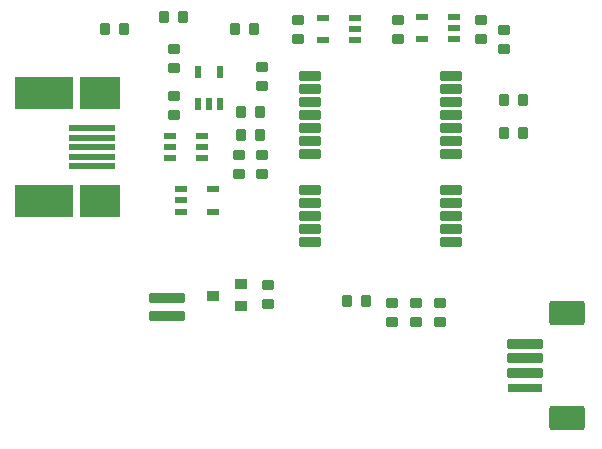
<source format=gtp>
%FSLAX43Y43*%
%MOMM*%
G71*
G01*
G75*
G04 Layer_Color=8421504*
G04:AMPARAMS|DCode=10|XSize=1mm|YSize=0.8mm|CornerRadius=0.12mm|HoleSize=0mm|Usage=FLASHONLY|Rotation=270.000|XOffset=0mm|YOffset=0mm|HoleType=Round|Shape=RoundedRectangle|*
%AMROUNDEDRECTD10*
21,1,1.000,0.560,0,0,270.0*
21,1,0.760,0.800,0,0,270.0*
1,1,0.240,-0.280,-0.380*
1,1,0.240,-0.280,0.380*
1,1,0.240,0.280,0.380*
1,1,0.240,0.280,-0.380*
%
%ADD10ROUNDEDRECTD10*%
G04:AMPARAMS|DCode=11|XSize=1mm|YSize=0.8mm|CornerRadius=0.12mm|HoleSize=0mm|Usage=FLASHONLY|Rotation=0.000|XOffset=0mm|YOffset=0mm|HoleType=Round|Shape=RoundedRectangle|*
%AMROUNDEDRECTD11*
21,1,1.000,0.560,0,0,0.0*
21,1,0.760,0.800,0,0,0.0*
1,1,0.240,0.380,-0.280*
1,1,0.240,-0.380,-0.280*
1,1,0.240,-0.380,0.280*
1,1,0.240,0.380,0.280*
%
%ADD11ROUNDEDRECTD11*%
%ADD12R,1.100X0.550*%
%ADD13R,0.550X1.100*%
G04:AMPARAMS|DCode=14|XSize=0.8mm|YSize=3mm|CornerRadius=0.08mm|HoleSize=0mm|Usage=FLASHONLY|Rotation=270.000|XOffset=0mm|YOffset=0mm|HoleType=Round|Shape=RoundedRectangle|*
%AMROUNDEDRECTD14*
21,1,0.800,2.840,0,0,270.0*
21,1,0.640,3.000,0,0,270.0*
1,1,0.160,-1.420,-0.320*
1,1,0.160,-1.420,0.320*
1,1,0.160,1.420,0.320*
1,1,0.160,1.420,-0.320*
%
%ADD14ROUNDEDRECTD14*%
%ADD15R,1.100X0.850*%
G04:AMPARAMS|DCode=16|XSize=2.1mm|YSize=3mm|CornerRadius=0.21mm|HoleSize=0mm|Usage=FLASHONLY|Rotation=270.000|XOffset=0mm|YOffset=0mm|HoleType=Round|Shape=RoundedRectangle|*
%AMROUNDEDRECTD16*
21,1,2.100,2.580,0,0,270.0*
21,1,1.680,3.000,0,0,270.0*
1,1,0.420,-1.290,-0.840*
1,1,0.420,-1.290,0.840*
1,1,0.420,1.290,0.840*
1,1,0.420,1.290,-0.840*
%
%ADD16ROUNDEDRECTD16*%
%ADD17R,3.000X0.800*%
G04:AMPARAMS|DCode=18|XSize=1.8mm|YSize=0.8mm|CornerRadius=0.08mm|HoleSize=0mm|Usage=FLASHONLY|Rotation=180.000|XOffset=0mm|YOffset=0mm|HoleType=Round|Shape=RoundedRectangle|*
%AMROUNDEDRECTD18*
21,1,1.800,0.640,0,0,180.0*
21,1,1.640,0.800,0,0,180.0*
1,1,0.160,-0.820,0.320*
1,1,0.160,0.820,0.320*
1,1,0.160,0.820,-0.320*
1,1,0.160,-0.820,-0.320*
%
%ADD18ROUNDEDRECTD18*%
%ADD19R,4.000X0.500*%
%ADD20R,3.500X2.700*%
%ADD21R,5.000X2.700*%
%ADD22C,0.300*%
%ADD23C,0.200*%
%ADD24C,0.500*%
%ADD25C,5.000*%
%ADD26C,1.500*%
%ADD27C,1.500*%
%ADD28R,1.500X1.500*%
%ADD29C,2.000*%
%ADD30C,0.900*%
%ADD31C,1.400*%
%ADD32C,0.254*%
%ADD33C,0.100*%
%ADD34C,0.152*%
%ADD35C,0.051*%
%ADD36C,0.150*%
D10*
X110300Y141000D02*
D03*
X108700D02*
D03*
X115300Y142000D02*
D03*
X113700D02*
D03*
X121300Y141000D02*
D03*
X119700D02*
D03*
X121800Y132000D02*
D03*
X120200D02*
D03*
X121800Y134000D02*
D03*
X120200D02*
D03*
X130800Y118000D02*
D03*
X129200D02*
D03*
X144100Y132200D02*
D03*
X142500D02*
D03*
X144100Y135000D02*
D03*
X142500D02*
D03*
D11*
X122000Y136200D02*
D03*
Y137800D02*
D03*
X120000Y130300D02*
D03*
Y128700D02*
D03*
X114500Y133700D02*
D03*
Y135300D02*
D03*
X137000Y116200D02*
D03*
Y117800D02*
D03*
X133000Y116200D02*
D03*
Y117800D02*
D03*
X135000Y116200D02*
D03*
Y117800D02*
D03*
X122000Y130300D02*
D03*
Y128700D02*
D03*
X142500Y140950D02*
D03*
Y139350D02*
D03*
X140500Y141800D02*
D03*
Y140200D02*
D03*
X133500Y141800D02*
D03*
Y140200D02*
D03*
X125000D02*
D03*
Y141800D02*
D03*
X114500Y139300D02*
D03*
Y137700D02*
D03*
X122500Y117700D02*
D03*
Y119300D02*
D03*
D12*
X116850Y130050D02*
D03*
X114150Y131950D02*
D03*
Y131000D02*
D03*
Y130050D02*
D03*
X116850Y131000D02*
D03*
Y131950D02*
D03*
X117850Y125550D02*
D03*
X115150Y127450D02*
D03*
Y126500D02*
D03*
X117850Y127450D02*
D03*
X115150Y125550D02*
D03*
X135550Y142050D02*
D03*
X138250Y140150D02*
D03*
Y141100D02*
D03*
Y142050D02*
D03*
X135550Y140150D02*
D03*
X127150Y141950D02*
D03*
X129850Y140050D02*
D03*
Y141000D02*
D03*
Y141950D02*
D03*
X127150Y140050D02*
D03*
D13*
X118450Y137350D02*
D03*
X116550Y134650D02*
D03*
X117500D02*
D03*
X118450D02*
D03*
X116550Y137350D02*
D03*
D14*
X113900Y116750D02*
D03*
Y118250D02*
D03*
X144200Y111875D02*
D03*
Y113125D02*
D03*
Y114375D02*
D03*
D15*
X120200Y117550D02*
D03*
Y119450D02*
D03*
X117800Y118400D02*
D03*
D16*
X147800Y108075D02*
D03*
Y116925D02*
D03*
D17*
X144200Y110625D02*
D03*
D18*
X138000Y126300D02*
D03*
Y125200D02*
D03*
Y124100D02*
D03*
Y123000D02*
D03*
X126000D02*
D03*
Y124100D02*
D03*
Y125200D02*
D03*
Y126300D02*
D03*
Y137000D02*
D03*
Y135900D02*
D03*
Y134800D02*
D03*
Y133700D02*
D03*
Y132600D02*
D03*
Y131500D02*
D03*
Y130400D02*
D03*
Y127400D02*
D03*
X138000D02*
D03*
Y130400D02*
D03*
Y131500D02*
D03*
Y132600D02*
D03*
Y133700D02*
D03*
Y134800D02*
D03*
Y135900D02*
D03*
Y137000D02*
D03*
D19*
X107600Y131800D02*
D03*
Y132600D02*
D03*
Y129400D02*
D03*
Y130200D02*
D03*
Y131000D02*
D03*
D20*
X108250Y126450D02*
D03*
Y135550D02*
D03*
D21*
X103500Y126450D02*
D03*
Y135550D02*
D03*
M02*

</source>
